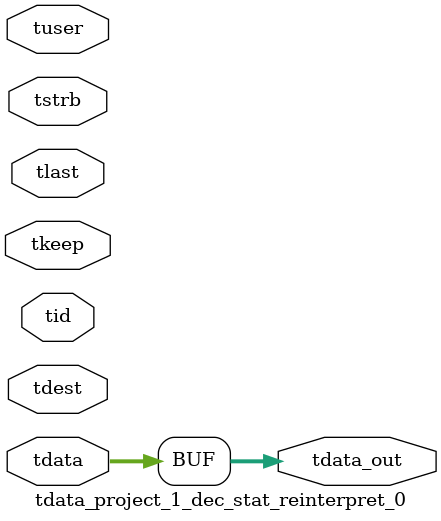
<source format=v>


`timescale 1ps/1ps

module tdata_project_1_dec_stat_reinterpret_0 #
(
parameter C_S_AXIS_TDATA_WIDTH = 32,
parameter C_S_AXIS_TUSER_WIDTH = 0,
parameter C_S_AXIS_TID_WIDTH   = 0,
parameter C_S_AXIS_TDEST_WIDTH = 0,
parameter C_M_AXIS_TDATA_WIDTH = 32
)
(
input  [(C_S_AXIS_TDATA_WIDTH == 0 ? 1 : C_S_AXIS_TDATA_WIDTH)-1:0     ] tdata,
input  [(C_S_AXIS_TUSER_WIDTH == 0 ? 1 : C_S_AXIS_TUSER_WIDTH)-1:0     ] tuser,
input  [(C_S_AXIS_TID_WIDTH   == 0 ? 1 : C_S_AXIS_TID_WIDTH)-1:0       ] tid,
input  [(C_S_AXIS_TDEST_WIDTH == 0 ? 1 : C_S_AXIS_TDEST_WIDTH)-1:0     ] tdest,
input  [(C_S_AXIS_TDATA_WIDTH/8)-1:0 ] tkeep,
input  [(C_S_AXIS_TDATA_WIDTH/8)-1:0 ] tstrb,
input                                                                    tlast,
output [C_M_AXIS_TDATA_WIDTH-1:0] tdata_out
);

assign tdata_out = {8'b00000000,tdata[31:0]};

endmodule


</source>
